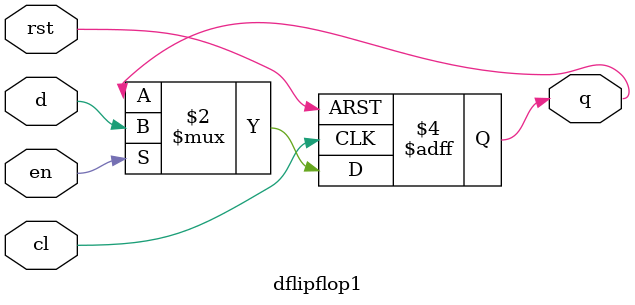
<source format=v>
module dflipflop1(
input d,cl,rst,en,
output reg q);
always @(posedge cl or posedge rst)begin
	if(rst)begin
	q=1'b0;
	end
else  begin
	if(en)
	q <= d;
	end
end
endmodule




</source>
